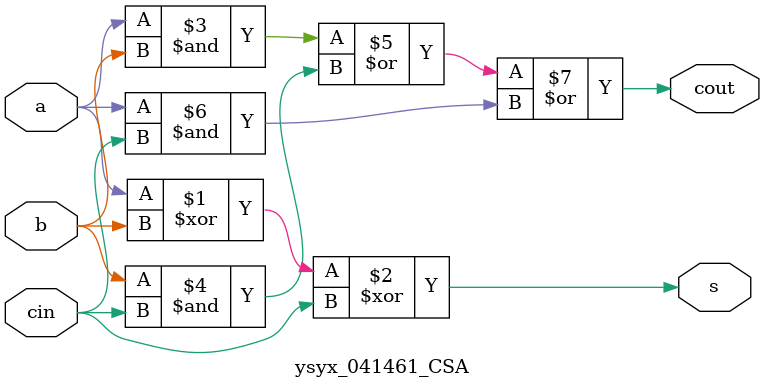
<source format=v>
module ysyx_041461_CSA(

    input  wire [0:0] a   ,
    input  wire [0:0] b   ,
    input  wire [0:0] cin ,
    output wire [0:0] cout,
    output wire [0:0] s
);

assign s = a ^ b ^ cin;
assign cout = a & b | b & cin | a & cin;

endmodule

</source>
